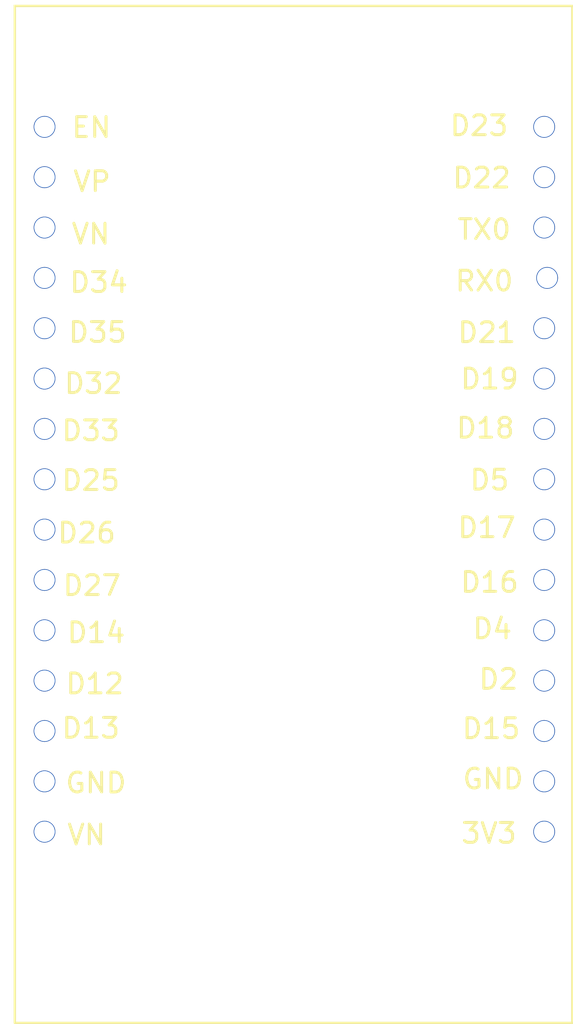
<source format=kicad_pcb>
(kicad_pcb (version 20211014) (generator pcbnew)
  (layers (0 "F.Cu" signal "Front") (31 "B.Cu" signal "Back") (34 "B.Paste" user) (35 "F.Paste" user) (36 "B.SilkS" user "B.Silkscreen") (37 "F.SilkS" user "F.Silkscreen") (38 "B.Mask" user) (39 "F.Mask" user) (44 "Edge.Cuts" user))
  (net 0 "")
  (footprint "Esp32 Deckit v1:Esp32" (layer "F.Cu") (at 103.705 63.605)
    (fp_text reference "U3" hide)
    (fp_text value "Devkit_V1" hide)
    (fp_text user "VN" (at 4.34 11.56 unlocked) (layer "F.SilkS"))
    (fp_text user "RX0" (at 24.22 13.93 unlocked) (layer "F.SilkS"))
    (fp_text user "D4" (at 24.63 31.47 unlocked) (layer "F.SilkS"))
    (fp_text user "TX0" (at 24.22 11.33 unlocked) (layer "F.SilkS"))
    (fp_text user "D25" (at 4.34 23.99 unlocked) (layer "F.SilkS"))
    (fp_text user "D33" (at 4.34 21.48 unlocked) (layer "F.SilkS"))
    (fp_text user "D19" (at 24.49 18.87 unlocked) (layer "F.SilkS"))
    (fp_text user "GND" (at 4.6 39.25 unlocked) (layer "F.SilkS"))
    (fp_text user "D35" (at 4.68 16.52 unlocked) (layer "F.SilkS"))
    (fp_text user "D23" (at 23.96 6.09 unlocked) (layer "F.SilkS"))
    (fp_text user "D18" (at 24.28 21.35 unlocked) (layer "F.SilkS"))
    (fp_text user "D32" (at 4.47 19.1 unlocked) (layer "F.SilkS"))
    (fp_text user "D34" (at 4.74 14 unlocked) (layer "F.SilkS"))
    (fp_text user "GND" (at 24.67 39.05 unlocked) (layer "F.SilkS"))
    (fp_text user "VN" (at 4.12 41.87 unlocked) (layer "F.SilkS"))
    (fp_text user "D12" (at 4.54 34.25 unlocked) (layer "F.SilkS"))
    (fp_text user "3V3" (at 24.46 41.79 unlocked) (layer "F.SilkS"))
    (fp_text user "D16" (at 24.49 29.13 unlocked) (layer "F.SilkS"))
    (fp_text user "D17" (at 24.35 26.37 unlocked) (layer "F.SilkS"))
    (fp_text user "D13" (at 4.34 36.49 unlocked) (layer "F.SilkS"))
    (fp_text user "D2" (at 24.94 34.02 unlocked) (layer "F.SilkS"))
    (fp_text user "D5" (at 24.49 23.97 unlocked) (layer "F.SilkS"))
    (fp_text user "EN" (at 4.37 6.18) (layer "F.SilkS"))
    (fp_text user "D22" (at 24.09 8.73 unlocked) (layer "F.SilkS"))
    (fp_text user "VP" (at 4.4 8.91 unlocked) (layer "F.SilkS"))
    (fp_text user "D26" (at 4.13 26.64 unlocked) (layer "F.SilkS"))
    (fp_text user "D14" (at 4.61 31.67 unlocked) (layer "F.SilkS"))
    (fp_text user "D21" (at 24.35 16.53 unlocked) (layer "F.SilkS"))
    (fp_text user "D15" (at 24.57 36.51 unlocked) (layer "F.SilkS"))
    (fp_text user "D27" (at 4.4 29.29 unlocked) (layer "F.SilkS"))
    (fp_rect (start 0.5 0.05) (end 28.67 51.36) (layer "F.SilkS") (width 0.12) (fill none))
    (pad "1" thru_hole circle (at 27.25 31.55) (size 1.1 1.1) (drill 1.02) (layers *.Cu *.Mask))
    (pad "1" thru_hole circle (at 27.25 39.17) (size 1.1 1.1) (drill 1.02) (layers *.Cu *.Mask))
    (pad "1" thru_hole circle (at 27.4 13.77) (size 1.1 1.1) (drill 1.02) (layers *.Cu *.Mask))
    (pad "1" thru_hole circle (at 27.25 26.47) (size 1.1 1.1) (drill 1.02) (layers *.Cu *.Mask))
    (pad "1" thru_hole circle (at 2 31.55) (size 1.1 1.1) (drill 1.02) (layers *.Cu *.Mask))
    (pad "1" thru_hole circle (at 27.25 36.63) (size 1.1 1.1) (drill 1.02) (layers *.Cu *.Mask))
    (pad "1" thru_hole circle (at 2 39.17) (size 1.1 1.1) (drill 1.02) (layers *.Cu *.Mask))
    (pad "1" thru_hole circle (at 27.25 6.15) (size 1.1 1.1) (drill 1.02) (layers *.Cu *.Mask))
    (pad "1" thru_hole circle (at 2 26.47) (size 1.1 1.1) (drill 1.02) (layers *.Cu *.Mask))
    (pad "1" thru_hole circle (at 27.25 8.69) (size 1.1 1.1) (drill 1.02) (layers *.Cu *.Mask))
    (pad "1" thru_hole circle (at 27.25 21.39) (size 1.1 1.1) (drill 1.02) (layers *.Cu *.Mask))
    (pad "1" thru_hole circle (at 2 29.01) (size 1.1 1.1) (drill 1.02) (layers *.Cu *.Mask))
    (pad "1" thru_hole circle (at 27.25 11.23) (size 1.1 1.1) (drill 1.02) (layers *.Cu *.Mask))
    (pad "1" thru_hole circle (at 27.25 34.09) (size 1.1 1.1) (drill 1.02) (layers *.Cu *.Mask))
    (pad "1" thru_hole circle (at 27.25 29.01) (size 1.1 1.1) (drill 1.02) (layers *.Cu *.Mask))
    (pad "1" thru_hole circle (at 2 6.15) (size 1.1 1.1) (drill 1.02) (layers *.Cu *.Mask))
    (pad "1" thru_hole circle (at 27.25 18.85) (size 1.1 1.1) (drill 1.02) (layers *.Cu *.Mask))
    (pad "1" thru_hole circle (at 27.25 41.71) (size 1.1 1.1) (drill 1.02) (layers *.Cu *.Mask))
    (pad "1" thru_hole circle (at 27.25 16.31) (size 1.1 1.1) (drill 1.02) (layers *.Cu *.Mask))
    (pad "1" thru_hole circle (at 2 36.63) (size 1.1 1.1) (drill 1.02) (layers *.Cu *.Mask))
    (pad "1" thru_hole circle (at 2 34.09) (size 1.1 1.1) (drill 1.02) (layers *.Cu *.Mask))
    (pad "1" thru_hole circle (at 27.25 23.93) (size 1.1 1.1) (drill 1.02) (layers *.Cu *.Mask))
    (pad "1" thru_hole circle (at 2 41.71) (size 1.1 1.1) (drill 1.02) (layers *.Cu *.Mask))
    (pad "2" thru_hole circle (at 2 8.69) (size 1.1 1.1) (drill 1.02) (layers *.Cu *.Mask))
    (pad "3" thru_hole circle (at 2 11.23) (size 1.1 1.1) (drill 1.02) (layers *.Cu *.Mask))
    (pad "4" thru_hole circle (at 2 13.77) (size 1.1 1.1) (drill 1.02) (layers *.Cu *.Mask))
    (pad "5" thru_hole circle (at 2 16.31) (size 1.1 1.1) (drill 1.02) (layers *.Cu *.Mask))
    (pad "6" thru_hole circle (at 2 18.85) (size 1.1 1.1) (drill 1.02) (layers *.Cu *.Mask))
    (pad "7" thru_hole circle (at 2 21.39) (size 1.1 1.1) (drill 1.02) (layers *.Cu *.Mask))
    (pad "8" thru_hole circle (at 2 23.93) (size 1.1 1.1) (drill 1.02) (layers *.Cu *.Mask))
  )
)
</source>
